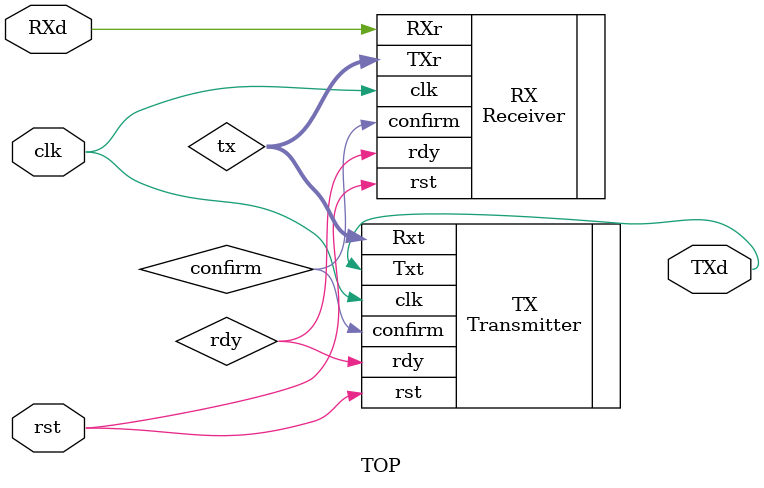
<source format=v>
`timescale 1ns / 1ps


module TOP(
    input clk,
    input rst,
    input RXd,
    output TXd
    );
    
    wire [9:0] tx;
    wire confirm;
    wire rdy;
    
    Receiver RX(
        .clk (clk),
        .rst (rst),
        .RXr (RXd),
        .TXr (tx),
        .confirm (confirm),
        .rdy (rdy)
    );
    
    Transmitter TX(
        .clk (clk),
        .rst (rst),
        .Rxt (tx),
        .rdy (rdy),
        .Txt (TXd),
        .confirm (confirm)
    );
endmodule

</source>
